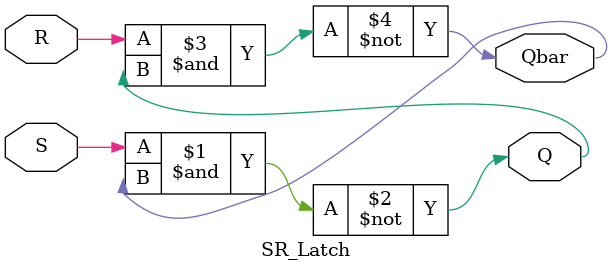
<source format=v>
`timescale 1ns / 1ps


module SR_Latch(
    input S,
    input R,
    
    output Q,
    output Qbar
    );
    
    nand (Q,S,Qbar);
    nand (Qbar, R, Q);
endmodule

</source>
